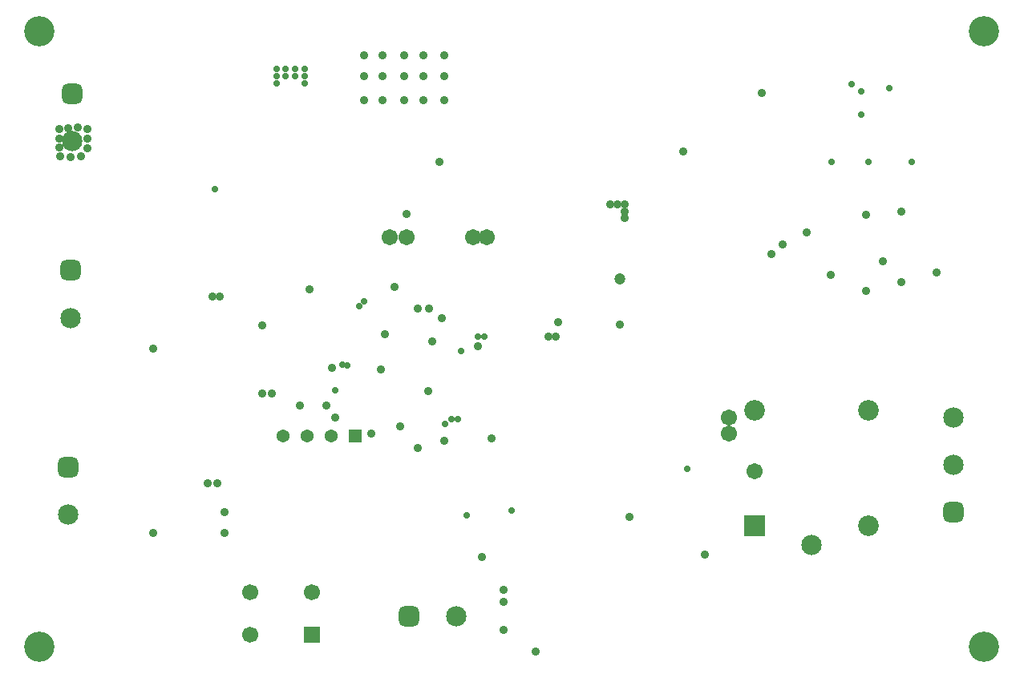
<source format=gbs>
G04*
G04 #@! TF.GenerationSoftware,Altium Limited,Altium Designer,25.2.1 (25)*
G04*
G04 Layer_Color=16711935*
%FSLAX44Y44*%
%MOMM*%
G71*
G04*
G04 #@! TF.SameCoordinates,6A0C6451-6BFE-4A27-B80D-F8B4996A6162*
G04*
G04*
G04 #@! TF.FilePolarity,Negative*
G04*
G01*
G75*
%ADD71C,1.7012*%
%ADD72R,1.7012X1.7012*%
G04:AMPARAMS|DCode=73|XSize=2.1532mm|YSize=2.1532mm|CornerRadius=0.5891mm|HoleSize=0mm|Usage=FLASHONLY|Rotation=0.000|XOffset=0mm|YOffset=0mm|HoleType=Round|Shape=RoundedRectangle|*
%AMROUNDEDRECTD73*
21,1,2.1532,0.9750,0,0,0.0*
21,1,0.9750,2.1532,0,0,0.0*
1,1,1.1782,0.4875,-0.4875*
1,1,1.1782,-0.4875,-0.4875*
1,1,1.1782,-0.4875,0.4875*
1,1,1.1782,0.4875,0.4875*
%
%ADD73ROUNDEDRECTD73*%
%ADD74C,2.1532*%
%ADD75C,3.2032*%
%ADD76R,1.3660X1.3660*%
%ADD77C,1.3660*%
G04:AMPARAMS|DCode=78|XSize=2.1532mm|YSize=2.1532mm|CornerRadius=0.5891mm|HoleSize=0mm|Usage=FLASHONLY|Rotation=270.000|XOffset=0mm|YOffset=0mm|HoleType=Round|Shape=RoundedRectangle|*
%AMROUNDEDRECTD78*
21,1,2.1532,0.9750,0,0,270.0*
21,1,0.9750,2.1532,0,0,270.0*
1,1,1.1782,-0.4875,-0.4875*
1,1,1.1782,-0.4875,0.4875*
1,1,1.1782,0.4875,0.4875*
1,1,1.1782,0.4875,-0.4875*
%
%ADD78ROUNDEDRECTD78*%
%ADD79C,2.1832*%
%ADD80C,2.1382*%
%ADD81R,2.1832X2.1832*%
%ADD82C,0.9032*%
%ADD83C,0.7032*%
%ADD84C,1.2032*%
%ADD85C,1.7032*%
D71*
X725000Y645000D02*
D03*
X790000D02*
D03*
X725000Y600000D02*
D03*
D72*
X790000D02*
D03*
D73*
X892500Y620000D02*
D03*
D74*
X942500D02*
D03*
X537000Y1122000D02*
D03*
X1467500Y830000D02*
D03*
Y780000D02*
D03*
X532500Y727500D02*
D03*
X535000Y935001D02*
D03*
D75*
X1500000Y1237500D02*
D03*
X502500Y587500D02*
D03*
X1500000D02*
D03*
X502500Y1237500D02*
D03*
D76*
X835400Y810000D02*
D03*
D77*
X810000D02*
D03*
X784600D02*
D03*
X759200D02*
D03*
D78*
X537000Y1172000D02*
D03*
X1467500Y730000D02*
D03*
X532500Y777500D02*
D03*
X535000Y985001D02*
D03*
D79*
X1257500Y837000D02*
D03*
X1377500D02*
D03*
Y715000D02*
D03*
D80*
X1317500Y695000D02*
D03*
D81*
X1257500Y715000D02*
D03*
D82*
X1182000Y1111000D02*
D03*
X811000Y882000D02*
D03*
X902000Y797000D02*
D03*
X930000Y805000D02*
D03*
X902000Y945000D02*
D03*
X883000Y820000D02*
D03*
X747500Y855000D02*
D03*
X690000Y760000D02*
D03*
X913364Y944623D02*
D03*
X523000Y1134000D02*
D03*
X543000Y1136000D02*
D03*
X523000Y1124000D02*
D03*
Y1115000D02*
D03*
X524000Y1106000D02*
D03*
X535000Y1105000D02*
D03*
X546000Y1106000D02*
D03*
X680000Y760000D02*
D03*
X1105000Y1055000D02*
D03*
X1112500D02*
D03*
X1120000D02*
D03*
Y1047500D02*
D03*
Y1040000D02*
D03*
X1205000Y685000D02*
D03*
X925000Y1100000D02*
D03*
X1265000Y1172500D02*
D03*
X1412500Y972500D02*
D03*
X1375000Y963750D02*
D03*
X1450000Y982500D02*
D03*
X1392500Y995000D02*
D03*
X1115000Y927500D02*
D03*
X1050000Y930000D02*
D03*
X970000Y682500D02*
D03*
X992500Y647500D02*
D03*
X1026000Y582500D02*
D03*
X992500Y604980D02*
D03*
X1337500Y980000D02*
D03*
X852500Y812500D02*
D03*
X697500Y730000D02*
D03*
Y707500D02*
D03*
X980000Y807500D02*
D03*
X927036Y935000D02*
D03*
X777500Y842500D02*
D03*
X805000D02*
D03*
X815000Y830000D02*
D03*
X912500Y857500D02*
D03*
X862500Y880000D02*
D03*
X867500Y917500D02*
D03*
X737500Y855000D02*
D03*
Y927350D02*
D03*
X917500Y910000D02*
D03*
X787500Y965000D02*
D03*
X877500Y967500D02*
D03*
X1047500Y915000D02*
D03*
X692500Y957500D02*
D03*
X685000D02*
D03*
X622500Y902500D02*
D03*
X890000Y1044980D02*
D03*
X1040020Y914898D02*
D03*
X965000Y905000D02*
D03*
X1412500Y1047500D02*
D03*
X1375000Y1043750D02*
D03*
X1287500Y1012500D02*
D03*
X1312500Y1025000D02*
D03*
X1275000Y1002500D02*
D03*
X1125000Y725000D02*
D03*
X845000Y1212500D02*
D03*
X865000D02*
D03*
X887500D02*
D03*
X907500D02*
D03*
Y1190000D02*
D03*
X887500D02*
D03*
X865000D02*
D03*
X845000D02*
D03*
X930000Y1212500D02*
D03*
Y1190000D02*
D03*
X887500Y1165000D02*
D03*
X907500D02*
D03*
X930000D02*
D03*
X845000D02*
D03*
X865000D02*
D03*
X992500Y635000D02*
D03*
X622500Y707500D02*
D03*
X532500Y1135500D02*
D03*
X553000Y1134000D02*
D03*
Y1124000D02*
D03*
Y1114000D02*
D03*
D83*
X688000Y1071000D02*
D03*
X1001000Y731000D02*
D03*
X815000Y858000D02*
D03*
X822525Y885368D02*
D03*
X827500Y885000D02*
D03*
X937500Y827500D02*
D03*
X1370000Y1174000D02*
D03*
X1338500Y1099500D02*
D03*
X1378000Y1100000D02*
D03*
X1423400Y1099400D02*
D03*
X1186000Y775000D02*
D03*
X1370000Y1150000D02*
D03*
X1399500Y1177500D02*
D03*
X1360000Y1182000D02*
D03*
X947960Y899960D02*
D03*
X944590Y827910D02*
D03*
X931000Y823080D02*
D03*
X965000Y915000D02*
D03*
X953450Y725950D02*
D03*
X762500Y1197500D02*
D03*
X772500D02*
D03*
X782500D02*
D03*
X752500D02*
D03*
Y1190000D02*
D03*
Y1182500D02*
D03*
X782500D02*
D03*
Y1190000D02*
D03*
X772500D02*
D03*
X762500D02*
D03*
X845000Y952500D02*
D03*
X972500Y915000D02*
D03*
X840000Y947500D02*
D03*
D84*
X1115000Y976000D02*
D03*
D85*
X872500Y1020000D02*
D03*
X975000D02*
D03*
X1230000Y812500D02*
D03*
Y830000D02*
D03*
X1257500Y772500D02*
D03*
X890000Y1020000D02*
D03*
X960000D02*
D03*
M02*

</source>
